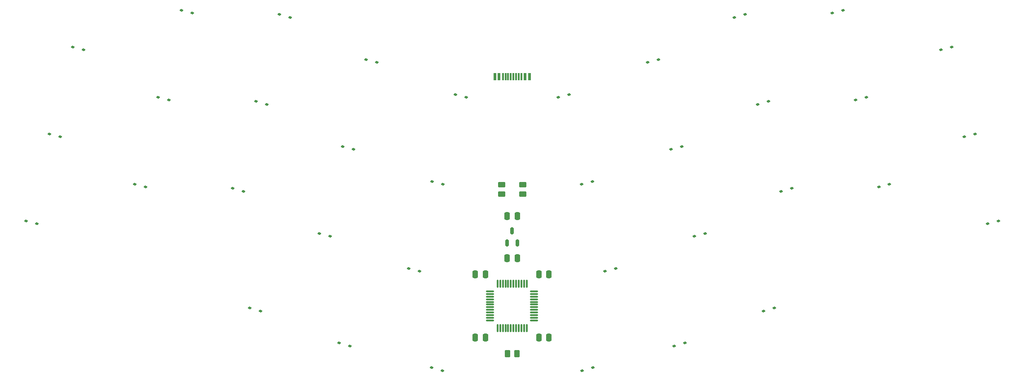
<source format=gtp>
G04 #@! TF.GenerationSoftware,KiCad,Pcbnew,8.0.6+1*
G04 #@! TF.CreationDate,2024-12-08T12:34:52+01:00*
G04 #@! TF.ProjectId,keymini,6b65796d-696e-4692-9e6b-696361645f70,rev?*
G04 #@! TF.SameCoordinates,Original*
G04 #@! TF.FileFunction,Paste,Top*
G04 #@! TF.FilePolarity,Positive*
%FSLAX46Y46*%
G04 Gerber Fmt 4.6, Leading zero omitted, Abs format (unit mm)*
G04 Created by KiCad (PCBNEW 8.0.6+1) date 2024-12-08 12:34:52*
%MOMM*%
%LPD*%
G01*
G04 APERTURE LIST*
G04 Aperture macros list*
%AMRoundRect*
0 Rectangle with rounded corners*
0 $1 Rounding radius*
0 $2 $3 $4 $5 $6 $7 $8 $9 X,Y pos of 4 corners*
0 Add a 4 corners polygon primitive as box body*
4,1,4,$2,$3,$4,$5,$6,$7,$8,$9,$2,$3,0*
0 Add four circle primitives for the rounded corners*
1,1,$1+$1,$2,$3*
1,1,$1+$1,$4,$5*
1,1,$1+$1,$6,$7*
1,1,$1+$1,$8,$9*
0 Add four rect primitives between the rounded corners*
20,1,$1+$1,$2,$3,$4,$5,0*
20,1,$1+$1,$4,$5,$6,$7,0*
20,1,$1+$1,$6,$7,$8,$9,0*
20,1,$1+$1,$8,$9,$2,$3,0*%
G04 Aperture macros list end*
%ADD10RoundRect,0.250000X0.250000X0.475000X-0.250000X0.475000X-0.250000X-0.475000X0.250000X-0.475000X0*%
%ADD11RoundRect,0.112500X-0.210228X-0.060138X0.151994X-0.157195X0.210228X0.060138X-0.151994X0.157195X0*%
%ADD12RoundRect,0.112500X-0.151994X-0.157195X0.210228X-0.060138X0.151994X0.157195X-0.210228X0.060138X0*%
%ADD13RoundRect,0.250000X-0.250000X-0.475000X0.250000X-0.475000X0.250000X0.475000X-0.250000X0.475000X0*%
%ADD14RoundRect,0.250000X0.450000X-0.262500X0.450000X0.262500X-0.450000X0.262500X-0.450000X-0.262500X0*%
%ADD15RoundRect,0.075000X0.075000X-0.662500X0.075000X0.662500X-0.075000X0.662500X-0.075000X-0.662500X0*%
%ADD16RoundRect,0.075000X0.662500X-0.075000X0.662500X0.075000X-0.662500X0.075000X-0.662500X-0.075000X0*%
%ADD17RoundRect,0.250000X-0.450000X0.262500X-0.450000X-0.262500X0.450000X-0.262500X0.450000X0.262500X0*%
%ADD18RoundRect,0.250000X-0.262500X-0.450000X0.262500X-0.450000X0.262500X0.450000X-0.262500X0.450000X0*%
%ADD19R,0.600000X1.450000*%
%ADD20R,0.300000X1.450000*%
%ADD21RoundRect,0.150000X0.150000X-0.512500X0.150000X0.512500X-0.150000X0.512500X-0.150000X-0.512500X0*%
G04 APERTURE END LIST*
D10*
G04 #@! TO.C,C2*
X150950000Y-72000000D03*
X149050000Y-72000000D03*
G04 #@! TD*
D11*
G04 #@! TO.C,D2A1*
X62773778Y-48514240D03*
X64802222Y-49057760D03*
G04 #@! TD*
G04 #@! TO.C,D4D1*
X117415778Y-88002240D03*
X119444222Y-88545760D03*
G04 #@! TD*
D12*
G04 #@! TO.C,D2H1*
X196282778Y-42920760D03*
X198311222Y-42377240D03*
G04 #@! TD*
G04 #@! TO.C,D3H1*
X200682778Y-59341760D03*
X202711222Y-58798240D03*
G04 #@! TD*
D11*
G04 #@! TO.C,D4E1*
X134802778Y-92661240D03*
X136831222Y-93204760D03*
G04 #@! TD*
D10*
G04 #@! TO.C,C4*
X156950000Y-87000000D03*
X155050000Y-87000000D03*
G04 #@! TD*
D13*
G04 #@! TO.C,C1*
X149050000Y-64000000D03*
X150950000Y-64000000D03*
G04 #@! TD*
D12*
G04 #@! TO.C,D4G1*
X180555778Y-88545760D03*
X182584222Y-88002240D03*
G04 #@! TD*
D13*
G04 #@! TO.C,C3*
X155050000Y-75000000D03*
X156950000Y-75000000D03*
G04 #@! TD*
D12*
G04 #@! TO.C,D2G1*
X179931778Y-51442760D03*
X181960222Y-50899240D03*
G04 #@! TD*
G04 #@! TO.C,D1I1*
X210304778Y-25704760D03*
X212333222Y-25161240D03*
G04 #@! TD*
D11*
G04 #@! TO.C,D2B1*
X83266778Y-41582240D03*
X85295222Y-42125760D03*
G04 #@! TD*
D14*
G04 #@! TO.C,R2*
X148000000Y-59912500D03*
X148000000Y-58087500D03*
G04 #@! TD*
D15*
G04 #@! TO.C,U1*
X147250000Y-85162500D03*
X147750000Y-85162500D03*
X148250000Y-85162500D03*
X148750000Y-85162500D03*
X149250000Y-85162500D03*
X149750000Y-85162500D03*
X150250000Y-85162500D03*
X150750000Y-85162500D03*
X151250000Y-85162500D03*
X151750000Y-85162500D03*
X152250000Y-85162500D03*
X152750000Y-85162500D03*
D16*
X154162500Y-83750000D03*
X154162500Y-83250000D03*
X154162500Y-82750000D03*
X154162500Y-82250000D03*
X154162500Y-81750000D03*
X154162500Y-81250000D03*
X154162500Y-80750000D03*
X154162500Y-80250000D03*
X154162500Y-79750000D03*
X154162500Y-79250000D03*
X154162500Y-78750000D03*
X154162500Y-78250000D03*
D15*
X152750000Y-76837500D03*
X152250000Y-76837500D03*
X151750000Y-76837500D03*
X151250000Y-76837500D03*
X150750000Y-76837500D03*
X150250000Y-76837500D03*
X149750000Y-76837500D03*
X149250000Y-76837500D03*
X148750000Y-76837500D03*
X148250000Y-76837500D03*
X147750000Y-76837500D03*
X147250000Y-76837500D03*
D16*
X145837500Y-78250000D03*
X145837500Y-78750000D03*
X145837500Y-79250000D03*
X145837500Y-79750000D03*
X145837500Y-80250000D03*
X145837500Y-80750000D03*
X145837500Y-81250000D03*
X145837500Y-81750000D03*
X145837500Y-82250000D03*
X145837500Y-82750000D03*
X145837500Y-83250000D03*
X145837500Y-83750000D03*
G04 #@! TD*
D12*
G04 #@! TO.C,D2F1*
X163062778Y-58033760D03*
X165091222Y-57490240D03*
G04 #@! TD*
D11*
G04 #@! TO.C,D3C1*
X97288778Y-58798240D03*
X99317222Y-59341760D03*
G04 #@! TD*
G04 #@! TO.C,D3B1*
X78866778Y-58003240D03*
X80895222Y-58546760D03*
G04 #@! TD*
G04 #@! TO.C,D1A1*
X67173778Y-32093240D03*
X69202222Y-32636760D03*
G04 #@! TD*
G04 #@! TO.C,D4C1*
X100546778Y-81411240D03*
X102575222Y-81954760D03*
G04 #@! TD*
D17*
G04 #@! TO.C,R1*
X152000000Y-58087500D03*
X152000000Y-59912500D03*
G04 #@! TD*
D18*
G04 #@! TO.C,R3*
X149087500Y-90000000D03*
X150912500Y-90000000D03*
G04 #@! TD*
D11*
G04 #@! TO.C,D1B1*
X87666778Y-25161240D03*
X89695222Y-25704760D03*
G04 #@! TD*
G04 #@! TO.C,D1C1*
X106088778Y-25956240D03*
X108117222Y-26499760D03*
G04 #@! TD*
D13*
G04 #@! TO.C,C6*
X143050000Y-75000000D03*
X144950000Y-75000000D03*
G04 #@! TD*
D12*
G04 #@! TO.C,D1J1*
X230797778Y-32636760D03*
X232826222Y-32093240D03*
G04 #@! TD*
D11*
G04 #@! TO.C,D3E1*
X130508778Y-73911240D03*
X132537222Y-74454760D03*
G04 #@! TD*
G04 #@! TO.C,D3D1*
X113639778Y-67320240D03*
X115668222Y-67863760D03*
G04 #@! TD*
G04 #@! TO.C,D2E1*
X134908778Y-57490240D03*
X136937222Y-58033760D03*
G04 #@! TD*
G04 #@! TO.C,D1E1*
X139308778Y-41069240D03*
X141337222Y-41612760D03*
G04 #@! TD*
D12*
G04 #@! TO.C,D2I1*
X214704778Y-42125760D03*
X216733222Y-41582240D03*
G04 #@! TD*
G04 #@! TO.C,D1F1*
X158662778Y-41612760D03*
X160691222Y-41069240D03*
G04 #@! TD*
G04 #@! TO.C,D1H1*
X191882778Y-26499760D03*
X193911222Y-25956240D03*
G04 #@! TD*
G04 #@! TO.C,D3I1*
X219104778Y-58546760D03*
X221133222Y-58003240D03*
G04 #@! TD*
G04 #@! TO.C,D3J1*
X239597778Y-65478760D03*
X241626222Y-64935240D03*
G04 #@! TD*
D10*
G04 #@! TO.C,C5*
X144950000Y-87000000D03*
X143050000Y-87000000D03*
G04 #@! TD*
D11*
G04 #@! TO.C,D2C1*
X101688778Y-42377240D03*
X103717222Y-42920760D03*
G04 #@! TD*
D19*
G04 #@! TO.C,J1*
X153250000Y-37720000D03*
X152450000Y-37720000D03*
D20*
X151250000Y-37720000D03*
X150250000Y-37720000D03*
X149750000Y-37720000D03*
X148750000Y-37720000D03*
D19*
X147550000Y-37720000D03*
X146750000Y-37720000D03*
X146750000Y-37720000D03*
X147550000Y-37720000D03*
D20*
X148250000Y-37720000D03*
X149250000Y-37720000D03*
X150750000Y-37720000D03*
X151750000Y-37720000D03*
D19*
X152450000Y-37720000D03*
X153250000Y-37720000D03*
G04 #@! TD*
D12*
G04 #@! TO.C,D3F1*
X167462778Y-74454760D03*
X169491222Y-73911240D03*
G04 #@! TD*
D11*
G04 #@! TO.C,D2D1*
X118039778Y-50899240D03*
X120068222Y-51442760D03*
G04 #@! TD*
D12*
G04 #@! TO.C,D3G1*
X184331778Y-67863760D03*
X186360222Y-67320240D03*
G04 #@! TD*
D21*
G04 #@! TO.C,U2*
X149050000Y-69137500D03*
X150950000Y-69137500D03*
X150000000Y-66862500D03*
G04 #@! TD*
D11*
G04 #@! TO.C,D3A1*
X58373778Y-64935240D03*
X60402222Y-65478760D03*
G04 #@! TD*
D12*
G04 #@! TO.C,D4H1*
X197424778Y-81954760D03*
X199453222Y-81411240D03*
G04 #@! TD*
G04 #@! TO.C,D2J1*
X235197778Y-49057760D03*
X237226222Y-48514240D03*
G04 #@! TD*
D11*
G04 #@! TO.C,D1D1*
X122439778Y-34479240D03*
X124468222Y-35022760D03*
G04 #@! TD*
D12*
G04 #@! TO.C,D4F1*
X163168778Y-93204760D03*
X165197222Y-92661240D03*
G04 #@! TD*
G04 #@! TO.C,D1G1*
X175531778Y-35022760D03*
X177560222Y-34479240D03*
G04 #@! TD*
M02*

</source>
